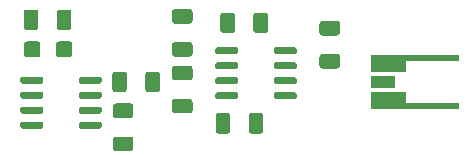
<source format=gbr>
%TF.GenerationSoftware,KiCad,Pcbnew,(5.1.6-0-10_14)*%
%TF.CreationDate,2020-10-24T23:40:29+09:00*%
%TF.ProjectId,teabiscuits_dac_mcp48,74656162-6973-4637-9569-74735f646163,rev?*%
%TF.SameCoordinates,Original*%
%TF.FileFunction,Paste,Top*%
%TF.FilePolarity,Positive*%
%FSLAX46Y46*%
G04 Gerber Fmt 4.6, Leading zero omitted, Abs format (unit mm)*
G04 Created by KiCad (PCBNEW (5.1.6-0-10_14)) date 2020-10-24 23:40:29*
%MOMM*%
%LPD*%
G01*
G04 APERTURE LIST*
%ADD10C,0.100000*%
%ADD11R,2.100000X1.100000*%
G04 APERTURE END LIST*
%TO.C,U2*%
G36*
G01*
X164000000Y-109245000D02*
X164000000Y-108945000D01*
G75*
G02*
X164150000Y-108795000I150000J0D01*
G01*
X165800000Y-108795000D01*
G75*
G02*
X165950000Y-108945000I0J-150000D01*
G01*
X165950000Y-109245000D01*
G75*
G02*
X165800000Y-109395000I-150000J0D01*
G01*
X164150000Y-109395000D01*
G75*
G02*
X164000000Y-109245000I0J150000D01*
G01*
G37*
G36*
G01*
X164000000Y-110515000D02*
X164000000Y-110215000D01*
G75*
G02*
X164150000Y-110065000I150000J0D01*
G01*
X165800000Y-110065000D01*
G75*
G02*
X165950000Y-110215000I0J-150000D01*
G01*
X165950000Y-110515000D01*
G75*
G02*
X165800000Y-110665000I-150000J0D01*
G01*
X164150000Y-110665000D01*
G75*
G02*
X164000000Y-110515000I0J150000D01*
G01*
G37*
G36*
G01*
X164000000Y-111785000D02*
X164000000Y-111485000D01*
G75*
G02*
X164150000Y-111335000I150000J0D01*
G01*
X165800000Y-111335000D01*
G75*
G02*
X165950000Y-111485000I0J-150000D01*
G01*
X165950000Y-111785000D01*
G75*
G02*
X165800000Y-111935000I-150000J0D01*
G01*
X164150000Y-111935000D01*
G75*
G02*
X164000000Y-111785000I0J150000D01*
G01*
G37*
G36*
G01*
X164000000Y-113055000D02*
X164000000Y-112755000D01*
G75*
G02*
X164150000Y-112605000I150000J0D01*
G01*
X165800000Y-112605000D01*
G75*
G02*
X165950000Y-112755000I0J-150000D01*
G01*
X165950000Y-113055000D01*
G75*
G02*
X165800000Y-113205000I-150000J0D01*
G01*
X164150000Y-113205000D01*
G75*
G02*
X164000000Y-113055000I0J150000D01*
G01*
G37*
G36*
G01*
X159050000Y-113055000D02*
X159050000Y-112755000D01*
G75*
G02*
X159200000Y-112605000I150000J0D01*
G01*
X160850000Y-112605000D01*
G75*
G02*
X161000000Y-112755000I0J-150000D01*
G01*
X161000000Y-113055000D01*
G75*
G02*
X160850000Y-113205000I-150000J0D01*
G01*
X159200000Y-113205000D01*
G75*
G02*
X159050000Y-113055000I0J150000D01*
G01*
G37*
G36*
G01*
X159050000Y-111785000D02*
X159050000Y-111485000D01*
G75*
G02*
X159200000Y-111335000I150000J0D01*
G01*
X160850000Y-111335000D01*
G75*
G02*
X161000000Y-111485000I0J-150000D01*
G01*
X161000000Y-111785000D01*
G75*
G02*
X160850000Y-111935000I-150000J0D01*
G01*
X159200000Y-111935000D01*
G75*
G02*
X159050000Y-111785000I0J150000D01*
G01*
G37*
G36*
G01*
X159050000Y-110515000D02*
X159050000Y-110215000D01*
G75*
G02*
X159200000Y-110065000I150000J0D01*
G01*
X160850000Y-110065000D01*
G75*
G02*
X161000000Y-110215000I0J-150000D01*
G01*
X161000000Y-110515000D01*
G75*
G02*
X160850000Y-110665000I-150000J0D01*
G01*
X159200000Y-110665000D01*
G75*
G02*
X159050000Y-110515000I0J150000D01*
G01*
G37*
G36*
G01*
X159050000Y-109245000D02*
X159050000Y-108945000D01*
G75*
G02*
X159200000Y-108795000I150000J0D01*
G01*
X160850000Y-108795000D01*
G75*
G02*
X161000000Y-108945000I0J-150000D01*
G01*
X161000000Y-109245000D01*
G75*
G02*
X160850000Y-109395000I-150000J0D01*
G01*
X159200000Y-109395000D01*
G75*
G02*
X159050000Y-109245000I0J150000D01*
G01*
G37*
%TD*%
%TO.C,U1*%
G36*
G01*
X147500000Y-111745000D02*
X147500000Y-111445000D01*
G75*
G02*
X147650000Y-111295000I150000J0D01*
G01*
X149300000Y-111295000D01*
G75*
G02*
X149450000Y-111445000I0J-150000D01*
G01*
X149450000Y-111745000D01*
G75*
G02*
X149300000Y-111895000I-150000J0D01*
G01*
X147650000Y-111895000D01*
G75*
G02*
X147500000Y-111745000I0J150000D01*
G01*
G37*
G36*
G01*
X147500000Y-113015000D02*
X147500000Y-112715000D01*
G75*
G02*
X147650000Y-112565000I150000J0D01*
G01*
X149300000Y-112565000D01*
G75*
G02*
X149450000Y-112715000I0J-150000D01*
G01*
X149450000Y-113015000D01*
G75*
G02*
X149300000Y-113165000I-150000J0D01*
G01*
X147650000Y-113165000D01*
G75*
G02*
X147500000Y-113015000I0J150000D01*
G01*
G37*
G36*
G01*
X147500000Y-114285000D02*
X147500000Y-113985000D01*
G75*
G02*
X147650000Y-113835000I150000J0D01*
G01*
X149300000Y-113835000D01*
G75*
G02*
X149450000Y-113985000I0J-150000D01*
G01*
X149450000Y-114285000D01*
G75*
G02*
X149300000Y-114435000I-150000J0D01*
G01*
X147650000Y-114435000D01*
G75*
G02*
X147500000Y-114285000I0J150000D01*
G01*
G37*
G36*
G01*
X147500000Y-115555000D02*
X147500000Y-115255000D01*
G75*
G02*
X147650000Y-115105000I150000J0D01*
G01*
X149300000Y-115105000D01*
G75*
G02*
X149450000Y-115255000I0J-150000D01*
G01*
X149450000Y-115555000D01*
G75*
G02*
X149300000Y-115705000I-150000J0D01*
G01*
X147650000Y-115705000D01*
G75*
G02*
X147500000Y-115555000I0J150000D01*
G01*
G37*
G36*
G01*
X142550000Y-115555000D02*
X142550000Y-115255000D01*
G75*
G02*
X142700000Y-115105000I150000J0D01*
G01*
X144350000Y-115105000D01*
G75*
G02*
X144500000Y-115255000I0J-150000D01*
G01*
X144500000Y-115555000D01*
G75*
G02*
X144350000Y-115705000I-150000J0D01*
G01*
X142700000Y-115705000D01*
G75*
G02*
X142550000Y-115555000I0J150000D01*
G01*
G37*
G36*
G01*
X142550000Y-114285000D02*
X142550000Y-113985000D01*
G75*
G02*
X142700000Y-113835000I150000J0D01*
G01*
X144350000Y-113835000D01*
G75*
G02*
X144500000Y-113985000I0J-150000D01*
G01*
X144500000Y-114285000D01*
G75*
G02*
X144350000Y-114435000I-150000J0D01*
G01*
X142700000Y-114435000D01*
G75*
G02*
X142550000Y-114285000I0J150000D01*
G01*
G37*
G36*
G01*
X142550000Y-113015000D02*
X142550000Y-112715000D01*
G75*
G02*
X142700000Y-112565000I150000J0D01*
G01*
X144350000Y-112565000D01*
G75*
G02*
X144500000Y-112715000I0J-150000D01*
G01*
X144500000Y-113015000D01*
G75*
G02*
X144350000Y-113165000I-150000J0D01*
G01*
X142700000Y-113165000D01*
G75*
G02*
X142550000Y-113015000I0J150000D01*
G01*
G37*
G36*
G01*
X142550000Y-111745000D02*
X142550000Y-111445000D01*
G75*
G02*
X142700000Y-111295000I150000J0D01*
G01*
X144350000Y-111295000D01*
G75*
G02*
X144500000Y-111445000I0J-150000D01*
G01*
X144500000Y-111745000D01*
G75*
G02*
X144350000Y-111895000I-150000J0D01*
G01*
X142700000Y-111895000D01*
G75*
G02*
X142550000Y-111745000I0J150000D01*
G01*
G37*
%TD*%
%TO.C,R5*%
G36*
G01*
X160725000Y-106125000D02*
X160725000Y-107375000D01*
G75*
G02*
X160475000Y-107625000I-250000J0D01*
G01*
X159725000Y-107625000D01*
G75*
G02*
X159475000Y-107375000I0J250000D01*
G01*
X159475000Y-106125000D01*
G75*
G02*
X159725000Y-105875000I250000J0D01*
G01*
X160475000Y-105875000D01*
G75*
G02*
X160725000Y-106125000I0J-250000D01*
G01*
G37*
G36*
G01*
X163525000Y-106125000D02*
X163525000Y-107375000D01*
G75*
G02*
X163275000Y-107625000I-250000J0D01*
G01*
X162525000Y-107625000D01*
G75*
G02*
X162275000Y-107375000I0J250000D01*
G01*
X162275000Y-106125000D01*
G75*
G02*
X162525000Y-105875000I250000J0D01*
G01*
X163275000Y-105875000D01*
G75*
G02*
X163525000Y-106125000I0J-250000D01*
G01*
G37*
%TD*%
%TO.C,R4*%
G36*
G01*
X156875000Y-111625000D02*
X155625000Y-111625000D01*
G75*
G02*
X155375000Y-111375000I0J250000D01*
G01*
X155375000Y-110625000D01*
G75*
G02*
X155625000Y-110375000I250000J0D01*
G01*
X156875000Y-110375000D01*
G75*
G02*
X157125000Y-110625000I0J-250000D01*
G01*
X157125000Y-111375000D01*
G75*
G02*
X156875000Y-111625000I-250000J0D01*
G01*
G37*
G36*
G01*
X156875000Y-114425000D02*
X155625000Y-114425000D01*
G75*
G02*
X155375000Y-114175000I0J250000D01*
G01*
X155375000Y-113425000D01*
G75*
G02*
X155625000Y-113175000I250000J0D01*
G01*
X156875000Y-113175000D01*
G75*
G02*
X157125000Y-113425000I0J-250000D01*
G01*
X157125000Y-114175000D01*
G75*
G02*
X156875000Y-114425000I-250000J0D01*
G01*
G37*
%TD*%
%TO.C,R3*%
G36*
G01*
X156875000Y-106825000D02*
X155625000Y-106825000D01*
G75*
G02*
X155375000Y-106575000I0J250000D01*
G01*
X155375000Y-105825000D01*
G75*
G02*
X155625000Y-105575000I250000J0D01*
G01*
X156875000Y-105575000D01*
G75*
G02*
X157125000Y-105825000I0J-250000D01*
G01*
X157125000Y-106575000D01*
G75*
G02*
X156875000Y-106825000I-250000J0D01*
G01*
G37*
G36*
G01*
X156875000Y-109625000D02*
X155625000Y-109625000D01*
G75*
G02*
X155375000Y-109375000I0J250000D01*
G01*
X155375000Y-108625000D01*
G75*
G02*
X155625000Y-108375000I250000J0D01*
G01*
X156875000Y-108375000D01*
G75*
G02*
X157125000Y-108625000I0J-250000D01*
G01*
X157125000Y-109375000D01*
G75*
G02*
X156875000Y-109625000I-250000J0D01*
G01*
G37*
%TD*%
%TO.C,R2*%
G36*
G01*
X151575000Y-111125000D02*
X151575000Y-112375000D01*
G75*
G02*
X151325000Y-112625000I-250000J0D01*
G01*
X150575000Y-112625000D01*
G75*
G02*
X150325000Y-112375000I0J250000D01*
G01*
X150325000Y-111125000D01*
G75*
G02*
X150575000Y-110875000I250000J0D01*
G01*
X151325000Y-110875000D01*
G75*
G02*
X151575000Y-111125000I0J-250000D01*
G01*
G37*
G36*
G01*
X154375000Y-111125000D02*
X154375000Y-112375000D01*
G75*
G02*
X154125000Y-112625000I-250000J0D01*
G01*
X153375000Y-112625000D01*
G75*
G02*
X153125000Y-112375000I0J250000D01*
G01*
X153125000Y-111125000D01*
G75*
G02*
X153375000Y-110875000I250000J0D01*
G01*
X154125000Y-110875000D01*
G75*
G02*
X154375000Y-111125000I0J-250000D01*
G01*
G37*
%TD*%
%TO.C,R1*%
G36*
G01*
X151875000Y-114825000D02*
X150625000Y-114825000D01*
G75*
G02*
X150375000Y-114575000I0J250000D01*
G01*
X150375000Y-113825000D01*
G75*
G02*
X150625000Y-113575000I250000J0D01*
G01*
X151875000Y-113575000D01*
G75*
G02*
X152125000Y-113825000I0J-250000D01*
G01*
X152125000Y-114575000D01*
G75*
G02*
X151875000Y-114825000I-250000J0D01*
G01*
G37*
G36*
G01*
X151875000Y-117625000D02*
X150625000Y-117625000D01*
G75*
G02*
X150375000Y-117375000I0J250000D01*
G01*
X150375000Y-116625000D01*
G75*
G02*
X150625000Y-116375000I250000J0D01*
G01*
X151875000Y-116375000D01*
G75*
G02*
X152125000Y-116625000I0J-250000D01*
G01*
X152125000Y-117375000D01*
G75*
G02*
X151875000Y-117625000I-250000J0D01*
G01*
G37*
%TD*%
D10*
%TO.C,J1*%
G36*
X172200000Y-109450000D02*
G01*
X179700000Y-109450000D01*
X179700000Y-110000000D01*
X175200000Y-110000000D01*
X175200000Y-110930000D01*
X172200000Y-110930000D01*
X172200000Y-109450000D01*
G37*
G36*
X172200000Y-112570000D02*
G01*
X175200000Y-112570000D01*
X175200000Y-113500000D01*
X179700000Y-113500000D01*
X179700000Y-114050000D01*
X172200000Y-114050000D01*
X172200000Y-112570000D01*
G37*
D11*
X173250000Y-111750000D03*
%TD*%
%TO.C,C4*%
G36*
G01*
X160325000Y-114625000D02*
X160325000Y-115875000D01*
G75*
G02*
X160075000Y-116125000I-250000J0D01*
G01*
X159325000Y-116125000D01*
G75*
G02*
X159075000Y-115875000I0J250000D01*
G01*
X159075000Y-114625000D01*
G75*
G02*
X159325000Y-114375000I250000J0D01*
G01*
X160075000Y-114375000D01*
G75*
G02*
X160325000Y-114625000I0J-250000D01*
G01*
G37*
G36*
G01*
X163125000Y-114625000D02*
X163125000Y-115875000D01*
G75*
G02*
X162875000Y-116125000I-250000J0D01*
G01*
X162125000Y-116125000D01*
G75*
G02*
X161875000Y-115875000I0J250000D01*
G01*
X161875000Y-114625000D01*
G75*
G02*
X162125000Y-114375000I250000J0D01*
G01*
X162875000Y-114375000D01*
G75*
G02*
X163125000Y-114625000I0J-250000D01*
G01*
G37*
%TD*%
%TO.C,C3*%
G36*
G01*
X168125000Y-109375000D02*
X169375000Y-109375000D01*
G75*
G02*
X169625000Y-109625000I0J-250000D01*
G01*
X169625000Y-110375000D01*
G75*
G02*
X169375000Y-110625000I-250000J0D01*
G01*
X168125000Y-110625000D01*
G75*
G02*
X167875000Y-110375000I0J250000D01*
G01*
X167875000Y-109625000D01*
G75*
G02*
X168125000Y-109375000I250000J0D01*
G01*
G37*
G36*
G01*
X168125000Y-106575000D02*
X169375000Y-106575000D01*
G75*
G02*
X169625000Y-106825000I0J-250000D01*
G01*
X169625000Y-107575000D01*
G75*
G02*
X169375000Y-107825000I-250000J0D01*
G01*
X168125000Y-107825000D01*
G75*
G02*
X167875000Y-107575000I0J250000D01*
G01*
X167875000Y-106825000D01*
G75*
G02*
X168125000Y-106575000I250000J0D01*
G01*
G37*
%TD*%
%TO.C,C2*%
G36*
G01*
X144075000Y-105875000D02*
X144075000Y-107125000D01*
G75*
G02*
X143825000Y-107375000I-250000J0D01*
G01*
X143075000Y-107375000D01*
G75*
G02*
X142825000Y-107125000I0J250000D01*
G01*
X142825000Y-105875000D01*
G75*
G02*
X143075000Y-105625000I250000J0D01*
G01*
X143825000Y-105625000D01*
G75*
G02*
X144075000Y-105875000I0J-250000D01*
G01*
G37*
G36*
G01*
X146875000Y-105875000D02*
X146875000Y-107125000D01*
G75*
G02*
X146625000Y-107375000I-250000J0D01*
G01*
X145875000Y-107375000D01*
G75*
G02*
X145625000Y-107125000I0J250000D01*
G01*
X145625000Y-105875000D01*
G75*
G02*
X145875000Y-105625000I250000J0D01*
G01*
X146625000Y-105625000D01*
G75*
G02*
X146875000Y-105875000I0J-250000D01*
G01*
G37*
%TD*%
%TO.C,C1*%
G36*
G01*
X145550000Y-109425001D02*
X145550000Y-108574999D01*
G75*
G02*
X145799999Y-108325000I249999J0D01*
G01*
X146700001Y-108325000D01*
G75*
G02*
X146950000Y-108574999I0J-249999D01*
G01*
X146950000Y-109425001D01*
G75*
G02*
X146700001Y-109675000I-249999J0D01*
G01*
X145799999Y-109675000D01*
G75*
G02*
X145550000Y-109425001I0J249999D01*
G01*
G37*
G36*
G01*
X142850000Y-109425001D02*
X142850000Y-108574999D01*
G75*
G02*
X143099999Y-108325000I249999J0D01*
G01*
X144000001Y-108325000D01*
G75*
G02*
X144250000Y-108574999I0J-249999D01*
G01*
X144250000Y-109425001D01*
G75*
G02*
X144000001Y-109675000I-249999J0D01*
G01*
X143099999Y-109675000D01*
G75*
G02*
X142850000Y-109425001I0J249999D01*
G01*
G37*
%TD*%
M02*

</source>
